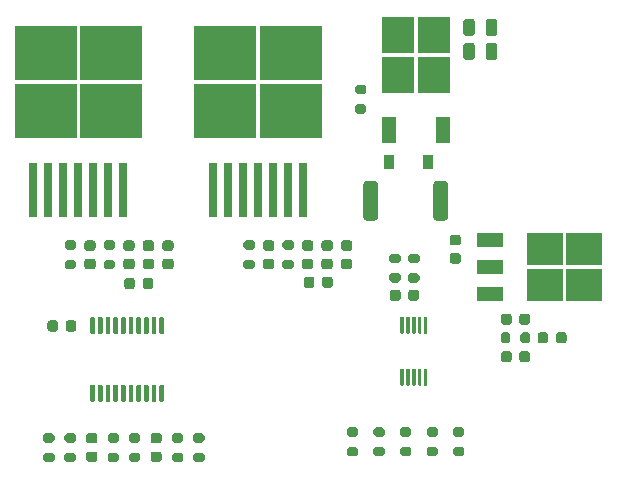
<source format=gbr>
%TF.GenerationSoftware,KiCad,Pcbnew,5.1.8-db9833491~87~ubuntu20.04.1*%
%TF.CreationDate,2020-11-15T12:16:06-03:00*%
%TF.ProjectId,dc_motor,64635f6d-6f74-46f7-922e-6b696361645f,Rev: 1.1*%
%TF.SameCoordinates,PX2dc6c00PY6cb8080*%
%TF.FileFunction,Paste,Top*%
%TF.FilePolarity,Positive*%
%FSLAX46Y46*%
G04 Gerber Fmt 4.6, Leading zero omitted, Abs format (unit mm)*
G04 Created by KiCad (PCBNEW 5.1.8-db9833491~87~ubuntu20.04.1) date 2020-11-15 12:16:06*
%MOMM*%
%LPD*%
G01*
G04 APERTURE LIST*
%ADD10R,0.800000X4.600000*%
%ADD11R,5.250000X4.550000*%
%ADD12R,2.200000X1.200000*%
%ADD13R,3.050000X2.750000*%
%ADD14R,1.200000X2.200000*%
%ADD15R,2.750000X3.050000*%
%ADD16R,0.900000X1.200000*%
G04 APERTURE END LIST*
D10*
%TO.C,Q2*%
X19590000Y35925000D03*
X20860000Y35925000D03*
X22130000Y35925000D03*
X23400000Y35925000D03*
X24670000Y35925000D03*
X25940000Y35925000D03*
X27210000Y35925000D03*
D11*
X26175000Y47500000D03*
X20625000Y42650000D03*
X20625000Y47500000D03*
X26175000Y42650000D03*
%TD*%
%TO.C,R19*%
G36*
G01*
X22445000Y30007000D02*
X22995000Y30007000D01*
G75*
G02*
X23195000Y29807000I0J-200000D01*
G01*
X23195000Y29407000D01*
G75*
G02*
X22995000Y29207000I-200000J0D01*
G01*
X22445000Y29207000D01*
G75*
G02*
X22245000Y29407000I0J200000D01*
G01*
X22245000Y29807000D01*
G75*
G02*
X22445000Y30007000I200000J0D01*
G01*
G37*
G36*
G01*
X22445000Y31657000D02*
X22995000Y31657000D01*
G75*
G02*
X23195000Y31457000I0J-200000D01*
G01*
X23195000Y31057000D01*
G75*
G02*
X22995000Y30857000I-200000J0D01*
G01*
X22445000Y30857000D01*
G75*
G02*
X22245000Y31057000I0J200000D01*
G01*
X22245000Y31457000D01*
G75*
G02*
X22445000Y31657000I200000J0D01*
G01*
G37*
%TD*%
%TO.C,R11*%
G36*
G01*
X28420712Y14525000D02*
X27870712Y14525000D01*
G75*
G02*
X27670712Y14725000I0J200000D01*
G01*
X27670712Y15125000D01*
G75*
G02*
X27870712Y15325000I200000J0D01*
G01*
X28420712Y15325000D01*
G75*
G02*
X28620712Y15125000I0J-200000D01*
G01*
X28620712Y14725000D01*
G75*
G02*
X28420712Y14525000I-200000J0D01*
G01*
G37*
G36*
G01*
X28420712Y12875000D02*
X27870712Y12875000D01*
G75*
G02*
X27670712Y13075000I0J200000D01*
G01*
X27670712Y13475000D01*
G75*
G02*
X27870712Y13675000I200000J0D01*
G01*
X28420712Y13675000D01*
G75*
G02*
X28620712Y13475000I0J-200000D01*
G01*
X28620712Y13075000D01*
G75*
G02*
X28420712Y12875000I-200000J0D01*
G01*
G37*
%TD*%
D12*
%TO.C,U1*%
X58234000Y31698000D03*
X58234000Y29418000D03*
X58234000Y27138000D03*
D13*
X66209000Y27893000D03*
X62859000Y30943000D03*
X66209000Y30943000D03*
X62859000Y27893000D03*
%TD*%
%TO.C,R4*%
G36*
G01*
X59975000Y23675000D02*
X59975000Y23125000D01*
G75*
G02*
X59775000Y22925000I-200000J0D01*
G01*
X59375000Y22925000D01*
G75*
G02*
X59175000Y23125000I0J200000D01*
G01*
X59175000Y23675000D01*
G75*
G02*
X59375000Y23875000I200000J0D01*
G01*
X59775000Y23875000D01*
G75*
G02*
X59975000Y23675000I0J-200000D01*
G01*
G37*
G36*
G01*
X61625000Y23675000D02*
X61625000Y23125000D01*
G75*
G02*
X61425000Y22925000I-200000J0D01*
G01*
X61025000Y22925000D01*
G75*
G02*
X60825000Y23125000I0J200000D01*
G01*
X60825000Y23675000D01*
G75*
G02*
X61025000Y23875000I200000J0D01*
G01*
X61425000Y23875000D01*
G75*
G02*
X61625000Y23675000I0J-200000D01*
G01*
G37*
%TD*%
%TO.C,D2*%
G36*
G01*
X63150000Y23656250D02*
X63150000Y23143750D01*
G75*
G02*
X62931250Y22925000I-218750J0D01*
G01*
X62493750Y22925000D01*
G75*
G02*
X62275000Y23143750I0J218750D01*
G01*
X62275000Y23656250D01*
G75*
G02*
X62493750Y23875000I218750J0D01*
G01*
X62931250Y23875000D01*
G75*
G02*
X63150000Y23656250I0J-218750D01*
G01*
G37*
G36*
G01*
X64725000Y23656250D02*
X64725000Y23143750D01*
G75*
G02*
X64506250Y22925000I-218750J0D01*
G01*
X64068750Y22925000D01*
G75*
G02*
X63850000Y23143750I0J218750D01*
G01*
X63850000Y23656250D01*
G75*
G02*
X64068750Y23875000I218750J0D01*
G01*
X64506250Y23875000D01*
G75*
G02*
X64725000Y23656250I0J-218750D01*
G01*
G37*
%TD*%
%TO.C,C6*%
G36*
G01*
X60730000Y24723000D02*
X60730000Y25223000D01*
G75*
G02*
X60955000Y25448000I225000J0D01*
G01*
X61405000Y25448000D01*
G75*
G02*
X61630000Y25223000I0J-225000D01*
G01*
X61630000Y24723000D01*
G75*
G02*
X61405000Y24498000I-225000J0D01*
G01*
X60955000Y24498000D01*
G75*
G02*
X60730000Y24723000I0J225000D01*
G01*
G37*
G36*
G01*
X59180000Y24723000D02*
X59180000Y25223000D01*
G75*
G02*
X59405000Y25448000I225000J0D01*
G01*
X59855000Y25448000D01*
G75*
G02*
X60080000Y25223000I0J-225000D01*
G01*
X60080000Y24723000D01*
G75*
G02*
X59855000Y24498000I-225000J0D01*
G01*
X59405000Y24498000D01*
G75*
G02*
X59180000Y24723000I0J225000D01*
G01*
G37*
%TD*%
%TO.C,C3*%
G36*
G01*
X55050000Y30575000D02*
X55550000Y30575000D01*
G75*
G02*
X55775000Y30350000I0J-225000D01*
G01*
X55775000Y29900000D01*
G75*
G02*
X55550000Y29675000I-225000J0D01*
G01*
X55050000Y29675000D01*
G75*
G02*
X54825000Y29900000I0J225000D01*
G01*
X54825000Y30350000D01*
G75*
G02*
X55050000Y30575000I225000J0D01*
G01*
G37*
G36*
G01*
X55050000Y32125000D02*
X55550000Y32125000D01*
G75*
G02*
X55775000Y31900000I0J-225000D01*
G01*
X55775000Y31450000D01*
G75*
G02*
X55550000Y31225000I-225000J0D01*
G01*
X55050000Y31225000D01*
G75*
G02*
X54825000Y31450000I0J225000D01*
G01*
X54825000Y31900000D01*
G75*
G02*
X55050000Y32125000I225000J0D01*
G01*
G37*
%TD*%
%TO.C,U3*%
G36*
G01*
X24693000Y23698000D02*
X24493000Y23698000D01*
G75*
G02*
X24393000Y23798000I0J100000D01*
G01*
X24393000Y25073000D01*
G75*
G02*
X24493000Y25173000I100000J0D01*
G01*
X24693000Y25173000D01*
G75*
G02*
X24793000Y25073000I0J-100000D01*
G01*
X24793000Y23798000D01*
G75*
G02*
X24693000Y23698000I-100000J0D01*
G01*
G37*
G36*
G01*
X25343000Y23698000D02*
X25143000Y23698000D01*
G75*
G02*
X25043000Y23798000I0J100000D01*
G01*
X25043000Y25073000D01*
G75*
G02*
X25143000Y25173000I100000J0D01*
G01*
X25343000Y25173000D01*
G75*
G02*
X25443000Y25073000I0J-100000D01*
G01*
X25443000Y23798000D01*
G75*
G02*
X25343000Y23698000I-100000J0D01*
G01*
G37*
G36*
G01*
X25993000Y23698000D02*
X25793000Y23698000D01*
G75*
G02*
X25693000Y23798000I0J100000D01*
G01*
X25693000Y25073000D01*
G75*
G02*
X25793000Y25173000I100000J0D01*
G01*
X25993000Y25173000D01*
G75*
G02*
X26093000Y25073000I0J-100000D01*
G01*
X26093000Y23798000D01*
G75*
G02*
X25993000Y23698000I-100000J0D01*
G01*
G37*
G36*
G01*
X26643000Y23698000D02*
X26443000Y23698000D01*
G75*
G02*
X26343000Y23798000I0J100000D01*
G01*
X26343000Y25073000D01*
G75*
G02*
X26443000Y25173000I100000J0D01*
G01*
X26643000Y25173000D01*
G75*
G02*
X26743000Y25073000I0J-100000D01*
G01*
X26743000Y23798000D01*
G75*
G02*
X26643000Y23698000I-100000J0D01*
G01*
G37*
G36*
G01*
X27293000Y23698000D02*
X27093000Y23698000D01*
G75*
G02*
X26993000Y23798000I0J100000D01*
G01*
X26993000Y25073000D01*
G75*
G02*
X27093000Y25173000I100000J0D01*
G01*
X27293000Y25173000D01*
G75*
G02*
X27393000Y25073000I0J-100000D01*
G01*
X27393000Y23798000D01*
G75*
G02*
X27293000Y23698000I-100000J0D01*
G01*
G37*
G36*
G01*
X27943000Y23698000D02*
X27743000Y23698000D01*
G75*
G02*
X27643000Y23798000I0J100000D01*
G01*
X27643000Y25073000D01*
G75*
G02*
X27743000Y25173000I100000J0D01*
G01*
X27943000Y25173000D01*
G75*
G02*
X28043000Y25073000I0J-100000D01*
G01*
X28043000Y23798000D01*
G75*
G02*
X27943000Y23698000I-100000J0D01*
G01*
G37*
G36*
G01*
X28593000Y23698000D02*
X28393000Y23698000D01*
G75*
G02*
X28293000Y23798000I0J100000D01*
G01*
X28293000Y25073000D01*
G75*
G02*
X28393000Y25173000I100000J0D01*
G01*
X28593000Y25173000D01*
G75*
G02*
X28693000Y25073000I0J-100000D01*
G01*
X28693000Y23798000D01*
G75*
G02*
X28593000Y23698000I-100000J0D01*
G01*
G37*
G36*
G01*
X29243000Y23698000D02*
X29043000Y23698000D01*
G75*
G02*
X28943000Y23798000I0J100000D01*
G01*
X28943000Y25073000D01*
G75*
G02*
X29043000Y25173000I100000J0D01*
G01*
X29243000Y25173000D01*
G75*
G02*
X29343000Y25073000I0J-100000D01*
G01*
X29343000Y23798000D01*
G75*
G02*
X29243000Y23698000I-100000J0D01*
G01*
G37*
G36*
G01*
X29893000Y23698000D02*
X29693000Y23698000D01*
G75*
G02*
X29593000Y23798000I0J100000D01*
G01*
X29593000Y25073000D01*
G75*
G02*
X29693000Y25173000I100000J0D01*
G01*
X29893000Y25173000D01*
G75*
G02*
X29993000Y25073000I0J-100000D01*
G01*
X29993000Y23798000D01*
G75*
G02*
X29893000Y23698000I-100000J0D01*
G01*
G37*
G36*
G01*
X30543000Y23698000D02*
X30343000Y23698000D01*
G75*
G02*
X30243000Y23798000I0J100000D01*
G01*
X30243000Y25073000D01*
G75*
G02*
X30343000Y25173000I100000J0D01*
G01*
X30543000Y25173000D01*
G75*
G02*
X30643000Y25073000I0J-100000D01*
G01*
X30643000Y23798000D01*
G75*
G02*
X30543000Y23698000I-100000J0D01*
G01*
G37*
G36*
G01*
X30543000Y17973000D02*
X30343000Y17973000D01*
G75*
G02*
X30243000Y18073000I0J100000D01*
G01*
X30243000Y19348000D01*
G75*
G02*
X30343000Y19448000I100000J0D01*
G01*
X30543000Y19448000D01*
G75*
G02*
X30643000Y19348000I0J-100000D01*
G01*
X30643000Y18073000D01*
G75*
G02*
X30543000Y17973000I-100000J0D01*
G01*
G37*
G36*
G01*
X29893000Y17973000D02*
X29693000Y17973000D01*
G75*
G02*
X29593000Y18073000I0J100000D01*
G01*
X29593000Y19348000D01*
G75*
G02*
X29693000Y19448000I100000J0D01*
G01*
X29893000Y19448000D01*
G75*
G02*
X29993000Y19348000I0J-100000D01*
G01*
X29993000Y18073000D01*
G75*
G02*
X29893000Y17973000I-100000J0D01*
G01*
G37*
G36*
G01*
X29243000Y17973000D02*
X29043000Y17973000D01*
G75*
G02*
X28943000Y18073000I0J100000D01*
G01*
X28943000Y19348000D01*
G75*
G02*
X29043000Y19448000I100000J0D01*
G01*
X29243000Y19448000D01*
G75*
G02*
X29343000Y19348000I0J-100000D01*
G01*
X29343000Y18073000D01*
G75*
G02*
X29243000Y17973000I-100000J0D01*
G01*
G37*
G36*
G01*
X28593000Y17973000D02*
X28393000Y17973000D01*
G75*
G02*
X28293000Y18073000I0J100000D01*
G01*
X28293000Y19348000D01*
G75*
G02*
X28393000Y19448000I100000J0D01*
G01*
X28593000Y19448000D01*
G75*
G02*
X28693000Y19348000I0J-100000D01*
G01*
X28693000Y18073000D01*
G75*
G02*
X28593000Y17973000I-100000J0D01*
G01*
G37*
G36*
G01*
X27943000Y17973000D02*
X27743000Y17973000D01*
G75*
G02*
X27643000Y18073000I0J100000D01*
G01*
X27643000Y19348000D01*
G75*
G02*
X27743000Y19448000I100000J0D01*
G01*
X27943000Y19448000D01*
G75*
G02*
X28043000Y19348000I0J-100000D01*
G01*
X28043000Y18073000D01*
G75*
G02*
X27943000Y17973000I-100000J0D01*
G01*
G37*
G36*
G01*
X27293000Y17973000D02*
X27093000Y17973000D01*
G75*
G02*
X26993000Y18073000I0J100000D01*
G01*
X26993000Y19348000D01*
G75*
G02*
X27093000Y19448000I100000J0D01*
G01*
X27293000Y19448000D01*
G75*
G02*
X27393000Y19348000I0J-100000D01*
G01*
X27393000Y18073000D01*
G75*
G02*
X27293000Y17973000I-100000J0D01*
G01*
G37*
G36*
G01*
X26643000Y17973000D02*
X26443000Y17973000D01*
G75*
G02*
X26343000Y18073000I0J100000D01*
G01*
X26343000Y19348000D01*
G75*
G02*
X26443000Y19448000I100000J0D01*
G01*
X26643000Y19448000D01*
G75*
G02*
X26743000Y19348000I0J-100000D01*
G01*
X26743000Y18073000D01*
G75*
G02*
X26643000Y17973000I-100000J0D01*
G01*
G37*
G36*
G01*
X25993000Y17973000D02*
X25793000Y17973000D01*
G75*
G02*
X25693000Y18073000I0J100000D01*
G01*
X25693000Y19348000D01*
G75*
G02*
X25793000Y19448000I100000J0D01*
G01*
X25993000Y19448000D01*
G75*
G02*
X26093000Y19348000I0J-100000D01*
G01*
X26093000Y18073000D01*
G75*
G02*
X25993000Y17973000I-100000J0D01*
G01*
G37*
G36*
G01*
X25343000Y17973000D02*
X25143000Y17973000D01*
G75*
G02*
X25043000Y18073000I0J100000D01*
G01*
X25043000Y19348000D01*
G75*
G02*
X25143000Y19448000I100000J0D01*
G01*
X25343000Y19448000D01*
G75*
G02*
X25443000Y19348000I0J-100000D01*
G01*
X25443000Y18073000D01*
G75*
G02*
X25343000Y17973000I-100000J0D01*
G01*
G37*
G36*
G01*
X24693000Y17973000D02*
X24493000Y17973000D01*
G75*
G02*
X24393000Y18073000I0J100000D01*
G01*
X24393000Y19348000D01*
G75*
G02*
X24493000Y19448000I100000J0D01*
G01*
X24693000Y19448000D01*
G75*
G02*
X24793000Y19348000I0J-100000D01*
G01*
X24793000Y18073000D01*
G75*
G02*
X24693000Y17973000I-100000J0D01*
G01*
G37*
%TD*%
%TO.C,U2*%
G36*
G01*
X50864000Y23750000D02*
X50714000Y23750000D01*
G75*
G02*
X50639000Y23825000I0J75000D01*
G01*
X50639000Y25125000D01*
G75*
G02*
X50714000Y25200000I75000J0D01*
G01*
X50864000Y25200000D01*
G75*
G02*
X50939000Y25125000I0J-75000D01*
G01*
X50939000Y23825000D01*
G75*
G02*
X50864000Y23750000I-75000J0D01*
G01*
G37*
G36*
G01*
X51364000Y23750000D02*
X51214000Y23750000D01*
G75*
G02*
X51139000Y23825000I0J75000D01*
G01*
X51139000Y25125000D01*
G75*
G02*
X51214000Y25200000I75000J0D01*
G01*
X51364000Y25200000D01*
G75*
G02*
X51439000Y25125000I0J-75000D01*
G01*
X51439000Y23825000D01*
G75*
G02*
X51364000Y23750000I-75000J0D01*
G01*
G37*
G36*
G01*
X51864000Y23750000D02*
X51714000Y23750000D01*
G75*
G02*
X51639000Y23825000I0J75000D01*
G01*
X51639000Y25125000D01*
G75*
G02*
X51714000Y25200000I75000J0D01*
G01*
X51864000Y25200000D01*
G75*
G02*
X51939000Y25125000I0J-75000D01*
G01*
X51939000Y23825000D01*
G75*
G02*
X51864000Y23750000I-75000J0D01*
G01*
G37*
G36*
G01*
X52364000Y23750000D02*
X52214000Y23750000D01*
G75*
G02*
X52139000Y23825000I0J75000D01*
G01*
X52139000Y25125000D01*
G75*
G02*
X52214000Y25200000I75000J0D01*
G01*
X52364000Y25200000D01*
G75*
G02*
X52439000Y25125000I0J-75000D01*
G01*
X52439000Y23825000D01*
G75*
G02*
X52364000Y23750000I-75000J0D01*
G01*
G37*
G36*
G01*
X52864000Y23750000D02*
X52714000Y23750000D01*
G75*
G02*
X52639000Y23825000I0J75000D01*
G01*
X52639000Y25125000D01*
G75*
G02*
X52714000Y25200000I75000J0D01*
G01*
X52864000Y25200000D01*
G75*
G02*
X52939000Y25125000I0J-75000D01*
G01*
X52939000Y23825000D01*
G75*
G02*
X52864000Y23750000I-75000J0D01*
G01*
G37*
G36*
G01*
X52864000Y19350000D02*
X52714000Y19350000D01*
G75*
G02*
X52639000Y19425000I0J75000D01*
G01*
X52639000Y20725000D01*
G75*
G02*
X52714000Y20800000I75000J0D01*
G01*
X52864000Y20800000D01*
G75*
G02*
X52939000Y20725000I0J-75000D01*
G01*
X52939000Y19425000D01*
G75*
G02*
X52864000Y19350000I-75000J0D01*
G01*
G37*
G36*
G01*
X52364000Y19350000D02*
X52214000Y19350000D01*
G75*
G02*
X52139000Y19425000I0J75000D01*
G01*
X52139000Y20725000D01*
G75*
G02*
X52214000Y20800000I75000J0D01*
G01*
X52364000Y20800000D01*
G75*
G02*
X52439000Y20725000I0J-75000D01*
G01*
X52439000Y19425000D01*
G75*
G02*
X52364000Y19350000I-75000J0D01*
G01*
G37*
G36*
G01*
X51864000Y19350000D02*
X51714000Y19350000D01*
G75*
G02*
X51639000Y19425000I0J75000D01*
G01*
X51639000Y20725000D01*
G75*
G02*
X51714000Y20800000I75000J0D01*
G01*
X51864000Y20800000D01*
G75*
G02*
X51939000Y20725000I0J-75000D01*
G01*
X51939000Y19425000D01*
G75*
G02*
X51864000Y19350000I-75000J0D01*
G01*
G37*
G36*
G01*
X51364000Y19350000D02*
X51214000Y19350000D01*
G75*
G02*
X51139000Y19425000I0J75000D01*
G01*
X51139000Y20725000D01*
G75*
G02*
X51214000Y20800000I75000J0D01*
G01*
X51364000Y20800000D01*
G75*
G02*
X51439000Y20725000I0J-75000D01*
G01*
X51439000Y19425000D01*
G75*
G02*
X51364000Y19350000I-75000J0D01*
G01*
G37*
G36*
G01*
X50864000Y19350000D02*
X50714000Y19350000D01*
G75*
G02*
X50639000Y19425000I0J75000D01*
G01*
X50639000Y20725000D01*
G75*
G02*
X50714000Y20800000I75000J0D01*
G01*
X50864000Y20800000D01*
G75*
G02*
X50939000Y20725000I0J-75000D01*
G01*
X50939000Y19425000D01*
G75*
G02*
X50864000Y19350000I-75000J0D01*
G01*
G37*
%TD*%
%TO.C,R20*%
G36*
G01*
X37572000Y30015000D02*
X38122000Y30015000D01*
G75*
G02*
X38322000Y29815000I0J-200000D01*
G01*
X38322000Y29415000D01*
G75*
G02*
X38122000Y29215000I-200000J0D01*
G01*
X37572000Y29215000D01*
G75*
G02*
X37372000Y29415000I0J200000D01*
G01*
X37372000Y29815000D01*
G75*
G02*
X37572000Y30015000I200000J0D01*
G01*
G37*
G36*
G01*
X37572000Y31665000D02*
X38122000Y31665000D01*
G75*
G02*
X38322000Y31465000I0J-200000D01*
G01*
X38322000Y31065000D01*
G75*
G02*
X38122000Y30865000I-200000J0D01*
G01*
X37572000Y30865000D01*
G75*
G02*
X37372000Y31065000I0J200000D01*
G01*
X37372000Y31465000D01*
G75*
G02*
X37572000Y31665000I200000J0D01*
G01*
G37*
%TD*%
%TO.C,R18*%
G36*
G01*
X40874000Y30015000D02*
X41424000Y30015000D01*
G75*
G02*
X41624000Y29815000I0J-200000D01*
G01*
X41624000Y29415000D01*
G75*
G02*
X41424000Y29215000I-200000J0D01*
G01*
X40874000Y29215000D01*
G75*
G02*
X40674000Y29415000I0J200000D01*
G01*
X40674000Y29815000D01*
G75*
G02*
X40874000Y30015000I200000J0D01*
G01*
G37*
G36*
G01*
X40874000Y31665000D02*
X41424000Y31665000D01*
G75*
G02*
X41624000Y31465000I0J-200000D01*
G01*
X41624000Y31065000D01*
G75*
G02*
X41424000Y30865000I-200000J0D01*
G01*
X40874000Y30865000D01*
G75*
G02*
X40674000Y31065000I0J200000D01*
G01*
X40674000Y31465000D01*
G75*
G02*
X40874000Y31665000I200000J0D01*
G01*
G37*
%TD*%
%TO.C,R17*%
G36*
G01*
X25747000Y30007000D02*
X26297000Y30007000D01*
G75*
G02*
X26497000Y29807000I0J-200000D01*
G01*
X26497000Y29407000D01*
G75*
G02*
X26297000Y29207000I-200000J0D01*
G01*
X25747000Y29207000D01*
G75*
G02*
X25547000Y29407000I0J200000D01*
G01*
X25547000Y29807000D01*
G75*
G02*
X25747000Y30007000I200000J0D01*
G01*
G37*
G36*
G01*
X25747000Y31657000D02*
X26297000Y31657000D01*
G75*
G02*
X26497000Y31457000I0J-200000D01*
G01*
X26497000Y31057000D01*
G75*
G02*
X26297000Y30857000I-200000J0D01*
G01*
X25747000Y30857000D01*
G75*
G02*
X25547000Y31057000I0J200000D01*
G01*
X25547000Y31457000D01*
G75*
G02*
X25747000Y31657000I200000J0D01*
G01*
G37*
%TD*%
%TO.C,R16*%
G36*
G01*
X20625000Y13675000D02*
X21175000Y13675000D01*
G75*
G02*
X21375000Y13475000I0J-200000D01*
G01*
X21375000Y13075000D01*
G75*
G02*
X21175000Y12875000I-200000J0D01*
G01*
X20625000Y12875000D01*
G75*
G02*
X20425000Y13075000I0J200000D01*
G01*
X20425000Y13475000D01*
G75*
G02*
X20625000Y13675000I200000J0D01*
G01*
G37*
G36*
G01*
X20625000Y15325000D02*
X21175000Y15325000D01*
G75*
G02*
X21375000Y15125000I0J-200000D01*
G01*
X21375000Y14725000D01*
G75*
G02*
X21175000Y14525000I-200000J0D01*
G01*
X20625000Y14525000D01*
G75*
G02*
X20425000Y14725000I0J200000D01*
G01*
X20425000Y15125000D01*
G75*
G02*
X20625000Y15325000I200000J0D01*
G01*
G37*
%TD*%
%TO.C,R15*%
G36*
G01*
X26079284Y13675000D02*
X26629284Y13675000D01*
G75*
G02*
X26829284Y13475000I0J-200000D01*
G01*
X26829284Y13075000D01*
G75*
G02*
X26629284Y12875000I-200000J0D01*
G01*
X26079284Y12875000D01*
G75*
G02*
X25879284Y13075000I0J200000D01*
G01*
X25879284Y13475000D01*
G75*
G02*
X26079284Y13675000I200000J0D01*
G01*
G37*
G36*
G01*
X26079284Y15325000D02*
X26629284Y15325000D01*
G75*
G02*
X26829284Y15125000I0J-200000D01*
G01*
X26829284Y14725000D01*
G75*
G02*
X26629284Y14525000I-200000J0D01*
G01*
X26079284Y14525000D01*
G75*
G02*
X25879284Y14725000I0J200000D01*
G01*
X25879284Y15125000D01*
G75*
G02*
X26079284Y15325000I200000J0D01*
G01*
G37*
%TD*%
%TO.C,R14*%
G36*
G01*
X31533568Y13675000D02*
X32083568Y13675000D01*
G75*
G02*
X32283568Y13475000I0J-200000D01*
G01*
X32283568Y13075000D01*
G75*
G02*
X32083568Y12875000I-200000J0D01*
G01*
X31533568Y12875000D01*
G75*
G02*
X31333568Y13075000I0J200000D01*
G01*
X31333568Y13475000D01*
G75*
G02*
X31533568Y13675000I200000J0D01*
G01*
G37*
G36*
G01*
X31533568Y15325000D02*
X32083568Y15325000D01*
G75*
G02*
X32283568Y15125000I0J-200000D01*
G01*
X32283568Y14725000D01*
G75*
G02*
X32083568Y14525000I-200000J0D01*
G01*
X31533568Y14525000D01*
G75*
G02*
X31333568Y14725000I0J200000D01*
G01*
X31333568Y15125000D01*
G75*
G02*
X31533568Y15325000I200000J0D01*
G01*
G37*
%TD*%
%TO.C,R13*%
G36*
G01*
X33325000Y13675000D02*
X33875000Y13675000D01*
G75*
G02*
X34075000Y13475000I0J-200000D01*
G01*
X34075000Y13075000D01*
G75*
G02*
X33875000Y12875000I-200000J0D01*
G01*
X33325000Y12875000D01*
G75*
G02*
X33125000Y13075000I0J200000D01*
G01*
X33125000Y13475000D01*
G75*
G02*
X33325000Y13675000I200000J0D01*
G01*
G37*
G36*
G01*
X33325000Y15325000D02*
X33875000Y15325000D01*
G75*
G02*
X34075000Y15125000I0J-200000D01*
G01*
X34075000Y14725000D01*
G75*
G02*
X33875000Y14525000I-200000J0D01*
G01*
X33325000Y14525000D01*
G75*
G02*
X33125000Y14725000I0J200000D01*
G01*
X33125000Y15125000D01*
G75*
G02*
X33325000Y15325000I200000J0D01*
G01*
G37*
%TD*%
%TO.C,R12*%
G36*
G01*
X22966428Y14525000D02*
X22416428Y14525000D01*
G75*
G02*
X22216428Y14725000I0J200000D01*
G01*
X22216428Y15125000D01*
G75*
G02*
X22416428Y15325000I200000J0D01*
G01*
X22966428Y15325000D01*
G75*
G02*
X23166428Y15125000I0J-200000D01*
G01*
X23166428Y14725000D01*
G75*
G02*
X22966428Y14525000I-200000J0D01*
G01*
G37*
G36*
G01*
X22966428Y12875000D02*
X22416428Y12875000D01*
G75*
G02*
X22216428Y13075000I0J200000D01*
G01*
X22216428Y13475000D01*
G75*
G02*
X22416428Y13675000I200000J0D01*
G01*
X22966428Y13675000D01*
G75*
G02*
X23166428Y13475000I0J-200000D01*
G01*
X23166428Y13075000D01*
G75*
G02*
X22966428Y12875000I-200000J0D01*
G01*
G37*
%TD*%
%TO.C,R10*%
G36*
G01*
X46325000Y14175000D02*
X46875000Y14175000D01*
G75*
G02*
X47075000Y13975000I0J-200000D01*
G01*
X47075000Y13575000D01*
G75*
G02*
X46875000Y13375000I-200000J0D01*
G01*
X46325000Y13375000D01*
G75*
G02*
X46125000Y13575000I0J200000D01*
G01*
X46125000Y13975000D01*
G75*
G02*
X46325000Y14175000I200000J0D01*
G01*
G37*
G36*
G01*
X46325000Y15825000D02*
X46875000Y15825000D01*
G75*
G02*
X47075000Y15625000I0J-200000D01*
G01*
X47075000Y15225000D01*
G75*
G02*
X46875000Y15025000I-200000J0D01*
G01*
X46325000Y15025000D01*
G75*
G02*
X46125000Y15225000I0J200000D01*
G01*
X46125000Y15625000D01*
G75*
G02*
X46325000Y15825000I200000J0D01*
G01*
G37*
%TD*%
%TO.C,R9*%
G36*
G01*
X48575000Y14175000D02*
X49125000Y14175000D01*
G75*
G02*
X49325000Y13975000I0J-200000D01*
G01*
X49325000Y13575000D01*
G75*
G02*
X49125000Y13375000I-200000J0D01*
G01*
X48575000Y13375000D01*
G75*
G02*
X48375000Y13575000I0J200000D01*
G01*
X48375000Y13975000D01*
G75*
G02*
X48575000Y14175000I200000J0D01*
G01*
G37*
G36*
G01*
X48575000Y15825000D02*
X49125000Y15825000D01*
G75*
G02*
X49325000Y15625000I0J-200000D01*
G01*
X49325000Y15225000D01*
G75*
G02*
X49125000Y15025000I-200000J0D01*
G01*
X48575000Y15025000D01*
G75*
G02*
X48375000Y15225000I0J200000D01*
G01*
X48375000Y15625000D01*
G75*
G02*
X48575000Y15825000I200000J0D01*
G01*
G37*
%TD*%
%TO.C,R8*%
G36*
G01*
X52075000Y29725000D02*
X51525000Y29725000D01*
G75*
G02*
X51325000Y29925000I0J200000D01*
G01*
X51325000Y30325000D01*
G75*
G02*
X51525000Y30525000I200000J0D01*
G01*
X52075000Y30525000D01*
G75*
G02*
X52275000Y30325000I0J-200000D01*
G01*
X52275000Y29925000D01*
G75*
G02*
X52075000Y29725000I-200000J0D01*
G01*
G37*
G36*
G01*
X52075000Y28075000D02*
X51525000Y28075000D01*
G75*
G02*
X51325000Y28275000I0J200000D01*
G01*
X51325000Y28675000D01*
G75*
G02*
X51525000Y28875000I200000J0D01*
G01*
X52075000Y28875000D01*
G75*
G02*
X52275000Y28675000I0J-200000D01*
G01*
X52275000Y28275000D01*
G75*
G02*
X52075000Y28075000I-200000J0D01*
G01*
G37*
%TD*%
%TO.C,R7*%
G36*
G01*
X47575000Y44025000D02*
X47025000Y44025000D01*
G75*
G02*
X46825000Y44225000I0J200000D01*
G01*
X46825000Y44625000D01*
G75*
G02*
X47025000Y44825000I200000J0D01*
G01*
X47575000Y44825000D01*
G75*
G02*
X47775000Y44625000I0J-200000D01*
G01*
X47775000Y44225000D01*
G75*
G02*
X47575000Y44025000I-200000J0D01*
G01*
G37*
G36*
G01*
X47575000Y42375000D02*
X47025000Y42375000D01*
G75*
G02*
X46825000Y42575000I0J200000D01*
G01*
X46825000Y42975000D01*
G75*
G02*
X47025000Y43175000I200000J0D01*
G01*
X47575000Y43175000D01*
G75*
G02*
X47775000Y42975000I0J-200000D01*
G01*
X47775000Y42575000D01*
G75*
G02*
X47575000Y42375000I-200000J0D01*
G01*
G37*
%TD*%
%TO.C,R6*%
G36*
G01*
X53450000Y33574999D02*
X53450000Y36425001D01*
G75*
G02*
X53699999Y36675000I249999J0D01*
G01*
X54425001Y36675000D01*
G75*
G02*
X54675000Y36425001I0J-249999D01*
G01*
X54675000Y33574999D01*
G75*
G02*
X54425001Y33325000I-249999J0D01*
G01*
X53699999Y33325000D01*
G75*
G02*
X53450000Y33574999I0J249999D01*
G01*
G37*
G36*
G01*
X47525000Y33574999D02*
X47525000Y36425001D01*
G75*
G02*
X47774999Y36675000I249999J0D01*
G01*
X48500001Y36675000D01*
G75*
G02*
X48750000Y36425001I0J-249999D01*
G01*
X48750000Y33574999D01*
G75*
G02*
X48500001Y33325000I-249999J0D01*
G01*
X47774999Y33325000D01*
G75*
G02*
X47525000Y33574999I0J249999D01*
G01*
G37*
%TD*%
%TO.C,R5*%
G36*
G01*
X50475000Y29725000D02*
X49925000Y29725000D01*
G75*
G02*
X49725000Y29925000I0J200000D01*
G01*
X49725000Y30325000D01*
G75*
G02*
X49925000Y30525000I200000J0D01*
G01*
X50475000Y30525000D01*
G75*
G02*
X50675000Y30325000I0J-200000D01*
G01*
X50675000Y29925000D01*
G75*
G02*
X50475000Y29725000I-200000J0D01*
G01*
G37*
G36*
G01*
X50475000Y28075000D02*
X49925000Y28075000D01*
G75*
G02*
X49725000Y28275000I0J200000D01*
G01*
X49725000Y28675000D01*
G75*
G02*
X49925000Y28875000I200000J0D01*
G01*
X50475000Y28875000D01*
G75*
G02*
X50675000Y28675000I0J-200000D01*
G01*
X50675000Y28275000D01*
G75*
G02*
X50475000Y28075000I-200000J0D01*
G01*
G37*
%TD*%
%TO.C,R3*%
G36*
G01*
X51375000Y15025000D02*
X50825000Y15025000D01*
G75*
G02*
X50625000Y15225000I0J200000D01*
G01*
X50625000Y15625000D01*
G75*
G02*
X50825000Y15825000I200000J0D01*
G01*
X51375000Y15825000D01*
G75*
G02*
X51575000Y15625000I0J-200000D01*
G01*
X51575000Y15225000D01*
G75*
G02*
X51375000Y15025000I-200000J0D01*
G01*
G37*
G36*
G01*
X51375000Y13375000D02*
X50825000Y13375000D01*
G75*
G02*
X50625000Y13575000I0J200000D01*
G01*
X50625000Y13975000D01*
G75*
G02*
X50825000Y14175000I200000J0D01*
G01*
X51375000Y14175000D01*
G75*
G02*
X51575000Y13975000I0J-200000D01*
G01*
X51575000Y13575000D01*
G75*
G02*
X51375000Y13375000I-200000J0D01*
G01*
G37*
%TD*%
%TO.C,R2*%
G36*
G01*
X55875000Y15025000D02*
X55325000Y15025000D01*
G75*
G02*
X55125000Y15225000I0J200000D01*
G01*
X55125000Y15625000D01*
G75*
G02*
X55325000Y15825000I200000J0D01*
G01*
X55875000Y15825000D01*
G75*
G02*
X56075000Y15625000I0J-200000D01*
G01*
X56075000Y15225000D01*
G75*
G02*
X55875000Y15025000I-200000J0D01*
G01*
G37*
G36*
G01*
X55875000Y13375000D02*
X55325000Y13375000D01*
G75*
G02*
X55125000Y13575000I0J200000D01*
G01*
X55125000Y13975000D01*
G75*
G02*
X55325000Y14175000I200000J0D01*
G01*
X55875000Y14175000D01*
G75*
G02*
X56075000Y13975000I0J-200000D01*
G01*
X56075000Y13575000D01*
G75*
G02*
X55875000Y13375000I-200000J0D01*
G01*
G37*
%TD*%
%TO.C,R1*%
G36*
G01*
X53625000Y15025000D02*
X53075000Y15025000D01*
G75*
G02*
X52875000Y15225000I0J200000D01*
G01*
X52875000Y15625000D01*
G75*
G02*
X53075000Y15825000I200000J0D01*
G01*
X53625000Y15825000D01*
G75*
G02*
X53825000Y15625000I0J-200000D01*
G01*
X53825000Y15225000D01*
G75*
G02*
X53625000Y15025000I-200000J0D01*
G01*
G37*
G36*
G01*
X53625000Y13375000D02*
X53075000Y13375000D01*
G75*
G02*
X52875000Y13575000I0J200000D01*
G01*
X52875000Y13975000D01*
G75*
G02*
X53075000Y14175000I200000J0D01*
G01*
X53625000Y14175000D01*
G75*
G02*
X53825000Y13975000I0J-200000D01*
G01*
X53825000Y13575000D01*
G75*
G02*
X53625000Y13375000I-200000J0D01*
G01*
G37*
%TD*%
D10*
%TO.C,Q3*%
X34790000Y35925000D03*
X36060000Y35925000D03*
X37330000Y35925000D03*
X38600000Y35925000D03*
X39870000Y35925000D03*
X41140000Y35925000D03*
X42410000Y35925000D03*
D11*
X41375000Y47500000D03*
X35825000Y42650000D03*
X35825000Y47500000D03*
X41375000Y42650000D03*
%TD*%
D14*
%TO.C,Q1*%
X49680000Y41042000D03*
X54240000Y41042000D03*
D15*
X53485000Y49017000D03*
X50435000Y45667000D03*
X50435000Y49017000D03*
X53485000Y45667000D03*
%TD*%
%TO.C,D4*%
G36*
G01*
X24779106Y14470000D02*
X24266606Y14470000D01*
G75*
G02*
X24047856Y14688750I0J218750D01*
G01*
X24047856Y15126250D01*
G75*
G02*
X24266606Y15345000I218750J0D01*
G01*
X24779106Y15345000D01*
G75*
G02*
X24997856Y15126250I0J-218750D01*
G01*
X24997856Y14688750D01*
G75*
G02*
X24779106Y14470000I-218750J0D01*
G01*
G37*
G36*
G01*
X24779106Y12895000D02*
X24266606Y12895000D01*
G75*
G02*
X24047856Y13113750I0J218750D01*
G01*
X24047856Y13551250D01*
G75*
G02*
X24266606Y13770000I218750J0D01*
G01*
X24779106Y13770000D01*
G75*
G02*
X24997856Y13551250I0J-218750D01*
G01*
X24997856Y13113750D01*
G75*
G02*
X24779106Y12895000I-218750J0D01*
G01*
G37*
%TD*%
%TO.C,D3*%
G36*
G01*
X30233390Y14470000D02*
X29720890Y14470000D01*
G75*
G02*
X29502140Y14688750I0J218750D01*
G01*
X29502140Y15126250D01*
G75*
G02*
X29720890Y15345000I218750J0D01*
G01*
X30233390Y15345000D01*
G75*
G02*
X30452140Y15126250I0J-218750D01*
G01*
X30452140Y14688750D01*
G75*
G02*
X30233390Y14470000I-218750J0D01*
G01*
G37*
G36*
G01*
X30233390Y12895000D02*
X29720890Y12895000D01*
G75*
G02*
X29502140Y13113750I0J218750D01*
G01*
X29502140Y13551250D01*
G75*
G02*
X29720890Y13770000I218750J0D01*
G01*
X30233390Y13770000D01*
G75*
G02*
X30452140Y13551250I0J-218750D01*
G01*
X30452140Y13113750D01*
G75*
G02*
X30233390Y12895000I-218750J0D01*
G01*
G37*
%TD*%
D16*
%TO.C,D1*%
X49675000Y38257000D03*
X52975000Y38257000D03*
%TD*%
%TO.C,C20*%
G36*
G01*
X39248000Y30115000D02*
X39748000Y30115000D01*
G75*
G02*
X39973000Y29890000I0J-225000D01*
G01*
X39973000Y29440000D01*
G75*
G02*
X39748000Y29215000I-225000J0D01*
G01*
X39248000Y29215000D01*
G75*
G02*
X39023000Y29440000I0J225000D01*
G01*
X39023000Y29890000D01*
G75*
G02*
X39248000Y30115000I225000J0D01*
G01*
G37*
G36*
G01*
X39248000Y31665000D02*
X39748000Y31665000D01*
G75*
G02*
X39973000Y31440000I0J-225000D01*
G01*
X39973000Y30990000D01*
G75*
G02*
X39748000Y30765000I-225000J0D01*
G01*
X39248000Y30765000D01*
G75*
G02*
X39023000Y30990000I0J225000D01*
G01*
X39023000Y31440000D01*
G75*
G02*
X39248000Y31665000I225000J0D01*
G01*
G37*
%TD*%
%TO.C,C19*%
G36*
G01*
X24121000Y30107000D02*
X24621000Y30107000D01*
G75*
G02*
X24846000Y29882000I0J-225000D01*
G01*
X24846000Y29432000D01*
G75*
G02*
X24621000Y29207000I-225000J0D01*
G01*
X24121000Y29207000D01*
G75*
G02*
X23896000Y29432000I0J225000D01*
G01*
X23896000Y29882000D01*
G75*
G02*
X24121000Y30107000I225000J0D01*
G01*
G37*
G36*
G01*
X24121000Y31657000D02*
X24621000Y31657000D01*
G75*
G02*
X24846000Y31432000I0J-225000D01*
G01*
X24846000Y30982000D01*
G75*
G02*
X24621000Y30757000I-225000J0D01*
G01*
X24121000Y30757000D01*
G75*
G02*
X23896000Y30982000I0J225000D01*
G01*
X23896000Y31432000D01*
G75*
G02*
X24121000Y31657000I225000J0D01*
G01*
G37*
%TD*%
%TO.C,C18*%
G36*
G01*
X42550000Y31665000D02*
X43050000Y31665000D01*
G75*
G02*
X43275000Y31440000I0J-225000D01*
G01*
X43275000Y30990000D01*
G75*
G02*
X43050000Y30765000I-225000J0D01*
G01*
X42550000Y30765000D01*
G75*
G02*
X42325000Y30990000I0J225000D01*
G01*
X42325000Y31440000D01*
G75*
G02*
X42550000Y31665000I225000J0D01*
G01*
G37*
G36*
G01*
X42550000Y30115000D02*
X43050000Y30115000D01*
G75*
G02*
X43275000Y29890000I0J-225000D01*
G01*
X43275000Y29440000D01*
G75*
G02*
X43050000Y29215000I-225000J0D01*
G01*
X42550000Y29215000D01*
G75*
G02*
X42325000Y29440000I0J225000D01*
G01*
X42325000Y29890000D01*
G75*
G02*
X42550000Y30115000I225000J0D01*
G01*
G37*
%TD*%
%TO.C,C17*%
G36*
G01*
X45852000Y30115000D02*
X46352000Y30115000D01*
G75*
G02*
X46577000Y29890000I0J-225000D01*
G01*
X46577000Y29440000D01*
G75*
G02*
X46352000Y29215000I-225000J0D01*
G01*
X45852000Y29215000D01*
G75*
G02*
X45627000Y29440000I0J225000D01*
G01*
X45627000Y29890000D01*
G75*
G02*
X45852000Y30115000I225000J0D01*
G01*
G37*
G36*
G01*
X45852000Y31665000D02*
X46352000Y31665000D01*
G75*
G02*
X46577000Y31440000I0J-225000D01*
G01*
X46577000Y30990000D01*
G75*
G02*
X46352000Y30765000I-225000J0D01*
G01*
X45852000Y30765000D01*
G75*
G02*
X45627000Y30990000I0J225000D01*
G01*
X45627000Y31440000D01*
G75*
G02*
X45852000Y31665000I225000J0D01*
G01*
G37*
%TD*%
%TO.C,C16*%
G36*
G01*
X43375000Y28350000D02*
X43375000Y27850000D01*
G75*
G02*
X43150000Y27625000I-225000J0D01*
G01*
X42700000Y27625000D01*
G75*
G02*
X42475000Y27850000I0J225000D01*
G01*
X42475000Y28350000D01*
G75*
G02*
X42700000Y28575000I225000J0D01*
G01*
X43150000Y28575000D01*
G75*
G02*
X43375000Y28350000I0J-225000D01*
G01*
G37*
G36*
G01*
X44925000Y28350000D02*
X44925000Y27850000D01*
G75*
G02*
X44700000Y27625000I-225000J0D01*
G01*
X44250000Y27625000D01*
G75*
G02*
X44025000Y27850000I0J225000D01*
G01*
X44025000Y28350000D01*
G75*
G02*
X44250000Y28575000I225000J0D01*
G01*
X44700000Y28575000D01*
G75*
G02*
X44925000Y28350000I0J-225000D01*
G01*
G37*
%TD*%
%TO.C,C15*%
G36*
G01*
X28175000Y28250000D02*
X28175000Y27750000D01*
G75*
G02*
X27950000Y27525000I-225000J0D01*
G01*
X27500000Y27525000D01*
G75*
G02*
X27275000Y27750000I0J225000D01*
G01*
X27275000Y28250000D01*
G75*
G02*
X27500000Y28475000I225000J0D01*
G01*
X27950000Y28475000D01*
G75*
G02*
X28175000Y28250000I0J-225000D01*
G01*
G37*
G36*
G01*
X29725000Y28250000D02*
X29725000Y27750000D01*
G75*
G02*
X29500000Y27525000I-225000J0D01*
G01*
X29050000Y27525000D01*
G75*
G02*
X28825000Y27750000I0J225000D01*
G01*
X28825000Y28250000D01*
G75*
G02*
X29050000Y28475000I225000J0D01*
G01*
X29500000Y28475000D01*
G75*
G02*
X29725000Y28250000I0J-225000D01*
G01*
G37*
%TD*%
%TO.C,C14*%
G36*
G01*
X30725000Y30107000D02*
X31225000Y30107000D01*
G75*
G02*
X31450000Y29882000I0J-225000D01*
G01*
X31450000Y29432000D01*
G75*
G02*
X31225000Y29207000I-225000J0D01*
G01*
X30725000Y29207000D01*
G75*
G02*
X30500000Y29432000I0J225000D01*
G01*
X30500000Y29882000D01*
G75*
G02*
X30725000Y30107000I225000J0D01*
G01*
G37*
G36*
G01*
X30725000Y31657000D02*
X31225000Y31657000D01*
G75*
G02*
X31450000Y31432000I0J-225000D01*
G01*
X31450000Y30982000D01*
G75*
G02*
X31225000Y30757000I-225000J0D01*
G01*
X30725000Y30757000D01*
G75*
G02*
X30500000Y30982000I0J225000D01*
G01*
X30500000Y31432000D01*
G75*
G02*
X30725000Y31657000I225000J0D01*
G01*
G37*
%TD*%
%TO.C,C13*%
G36*
G01*
X27423000Y31657000D02*
X27923000Y31657000D01*
G75*
G02*
X28148000Y31432000I0J-225000D01*
G01*
X28148000Y30982000D01*
G75*
G02*
X27923000Y30757000I-225000J0D01*
G01*
X27423000Y30757000D01*
G75*
G02*
X27198000Y30982000I0J225000D01*
G01*
X27198000Y31432000D01*
G75*
G02*
X27423000Y31657000I225000J0D01*
G01*
G37*
G36*
G01*
X27423000Y30107000D02*
X27923000Y30107000D01*
G75*
G02*
X28148000Y29882000I0J-225000D01*
G01*
X28148000Y29432000D01*
G75*
G02*
X27923000Y29207000I-225000J0D01*
G01*
X27423000Y29207000D01*
G75*
G02*
X27198000Y29432000I0J225000D01*
G01*
X27198000Y29882000D01*
G75*
G02*
X27423000Y30107000I225000J0D01*
G01*
G37*
%TD*%
%TO.C,C12*%
G36*
G01*
X21675000Y24650000D02*
X21675000Y24150000D01*
G75*
G02*
X21450000Y23925000I-225000J0D01*
G01*
X21000000Y23925000D01*
G75*
G02*
X20775000Y24150000I0J225000D01*
G01*
X20775000Y24650000D01*
G75*
G02*
X21000000Y24875000I225000J0D01*
G01*
X21450000Y24875000D01*
G75*
G02*
X21675000Y24650000I0J-225000D01*
G01*
G37*
G36*
G01*
X23225000Y24650000D02*
X23225000Y24150000D01*
G75*
G02*
X23000000Y23925000I-225000J0D01*
G01*
X22550000Y23925000D01*
G75*
G02*
X22325000Y24150000I0J225000D01*
G01*
X22325000Y24650000D01*
G75*
G02*
X22550000Y24875000I225000J0D01*
G01*
X23000000Y24875000D01*
G75*
G02*
X23225000Y24650000I0J-225000D01*
G01*
G37*
%TD*%
%TO.C,C11*%
G36*
G01*
X44201000Y30115000D02*
X44701000Y30115000D01*
G75*
G02*
X44926000Y29890000I0J-225000D01*
G01*
X44926000Y29440000D01*
G75*
G02*
X44701000Y29215000I-225000J0D01*
G01*
X44201000Y29215000D01*
G75*
G02*
X43976000Y29440000I0J225000D01*
G01*
X43976000Y29890000D01*
G75*
G02*
X44201000Y30115000I225000J0D01*
G01*
G37*
G36*
G01*
X44201000Y31665000D02*
X44701000Y31665000D01*
G75*
G02*
X44926000Y31440000I0J-225000D01*
G01*
X44926000Y30990000D01*
G75*
G02*
X44701000Y30765000I-225000J0D01*
G01*
X44201000Y30765000D01*
G75*
G02*
X43976000Y30990000I0J225000D01*
G01*
X43976000Y31440000D01*
G75*
G02*
X44201000Y31665000I225000J0D01*
G01*
G37*
%TD*%
%TO.C,C10*%
G36*
G01*
X29074000Y30107000D02*
X29574000Y30107000D01*
G75*
G02*
X29799000Y29882000I0J-225000D01*
G01*
X29799000Y29432000D01*
G75*
G02*
X29574000Y29207000I-225000J0D01*
G01*
X29074000Y29207000D01*
G75*
G02*
X28849000Y29432000I0J225000D01*
G01*
X28849000Y29882000D01*
G75*
G02*
X29074000Y30107000I225000J0D01*
G01*
G37*
G36*
G01*
X29074000Y31657000D02*
X29574000Y31657000D01*
G75*
G02*
X29799000Y31432000I0J-225000D01*
G01*
X29799000Y30982000D01*
G75*
G02*
X29574000Y30757000I-225000J0D01*
G01*
X29074000Y30757000D01*
G75*
G02*
X28849000Y30982000I0J225000D01*
G01*
X28849000Y31432000D01*
G75*
G02*
X29074000Y31657000I225000J0D01*
G01*
G37*
%TD*%
%TO.C,C8*%
G36*
G01*
X57871000Y49212000D02*
X57871000Y50162000D01*
G75*
G02*
X58121000Y50412000I250000J0D01*
G01*
X58621000Y50412000D01*
G75*
G02*
X58871000Y50162000I0J-250000D01*
G01*
X58871000Y49212000D01*
G75*
G02*
X58621000Y48962000I-250000J0D01*
G01*
X58121000Y48962000D01*
G75*
G02*
X57871000Y49212000I0J250000D01*
G01*
G37*
G36*
G01*
X55971000Y49212000D02*
X55971000Y50162000D01*
G75*
G02*
X56221000Y50412000I250000J0D01*
G01*
X56721000Y50412000D01*
G75*
G02*
X56971000Y50162000I0J-250000D01*
G01*
X56971000Y49212000D01*
G75*
G02*
X56721000Y48962000I-250000J0D01*
G01*
X56221000Y48962000D01*
G75*
G02*
X55971000Y49212000I0J250000D01*
G01*
G37*
%TD*%
%TO.C,C7*%
G36*
G01*
X57871000Y47180000D02*
X57871000Y48130000D01*
G75*
G02*
X58121000Y48380000I250000J0D01*
G01*
X58621000Y48380000D01*
G75*
G02*
X58871000Y48130000I0J-250000D01*
G01*
X58871000Y47180000D01*
G75*
G02*
X58621000Y46930000I-250000J0D01*
G01*
X58121000Y46930000D01*
G75*
G02*
X57871000Y47180000I0J250000D01*
G01*
G37*
G36*
G01*
X55971000Y47180000D02*
X55971000Y48130000D01*
G75*
G02*
X56221000Y48380000I250000J0D01*
G01*
X56721000Y48380000D01*
G75*
G02*
X56971000Y48130000I0J-250000D01*
G01*
X56971000Y47180000D01*
G75*
G02*
X56721000Y46930000I-250000J0D01*
G01*
X56221000Y46930000D01*
G75*
G02*
X55971000Y47180000I0J250000D01*
G01*
G37*
%TD*%
%TO.C,C2*%
G36*
G01*
X51325000Y26750000D02*
X51325000Y27250000D01*
G75*
G02*
X51550000Y27475000I225000J0D01*
G01*
X52000000Y27475000D01*
G75*
G02*
X52225000Y27250000I0J-225000D01*
G01*
X52225000Y26750000D01*
G75*
G02*
X52000000Y26525000I-225000J0D01*
G01*
X51550000Y26525000D01*
G75*
G02*
X51325000Y26750000I0J225000D01*
G01*
G37*
G36*
G01*
X49775000Y26750000D02*
X49775000Y27250000D01*
G75*
G02*
X50000000Y27475000I225000J0D01*
G01*
X50450000Y27475000D01*
G75*
G02*
X50675000Y27250000I0J-225000D01*
G01*
X50675000Y26750000D01*
G75*
G02*
X50450000Y26525000I-225000J0D01*
G01*
X50000000Y26525000D01*
G75*
G02*
X49775000Y26750000I0J225000D01*
G01*
G37*
%TD*%
%TO.C,C1*%
G36*
G01*
X60725000Y21550000D02*
X60725000Y22050000D01*
G75*
G02*
X60950000Y22275000I225000J0D01*
G01*
X61400000Y22275000D01*
G75*
G02*
X61625000Y22050000I0J-225000D01*
G01*
X61625000Y21550000D01*
G75*
G02*
X61400000Y21325000I-225000J0D01*
G01*
X60950000Y21325000D01*
G75*
G02*
X60725000Y21550000I0J225000D01*
G01*
G37*
G36*
G01*
X59175000Y21550000D02*
X59175000Y22050000D01*
G75*
G02*
X59400000Y22275000I225000J0D01*
G01*
X59850000Y22275000D01*
G75*
G02*
X60075000Y22050000I0J-225000D01*
G01*
X60075000Y21550000D01*
G75*
G02*
X59850000Y21325000I-225000J0D01*
G01*
X59400000Y21325000D01*
G75*
G02*
X59175000Y21550000I0J225000D01*
G01*
G37*
%TD*%
M02*

</source>
